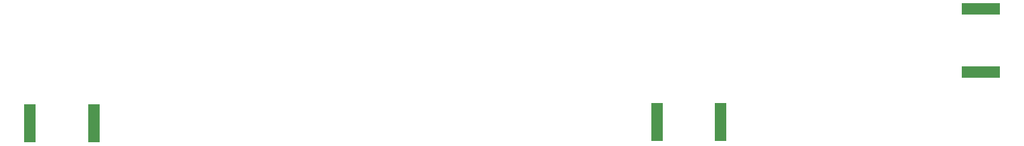
<source format=gbr>
G04 #@! TF.GenerationSoftware,KiCad,Pcbnew,(5.1.10)-1*
G04 #@! TF.CreationDate,2021-09-09T12:48:54+02:00*
G04 #@! TF.ProjectId,bandfilter,62616e64-6669-46c7-9465-722e6b696361,rev?*
G04 #@! TF.SameCoordinates,Original*
G04 #@! TF.FileFunction,Paste,Bot*
G04 #@! TF.FilePolarity,Positive*
%FSLAX46Y46*%
G04 Gerber Fmt 4.6, Leading zero omitted, Abs format (unit mm)*
G04 Created by KiCad (PCBNEW (5.1.10)-1) date 2021-09-09 12:48:54*
%MOMM*%
%LPD*%
G01*
G04 APERTURE LIST*
%ADD10R,1.500000X5.080000*%
%ADD11R,5.080000X1.500000*%
G04 APERTURE END LIST*
D10*
X78889280Y-111561880D03*
X87389280Y-111561880D03*
D11*
X205709520Y-104686680D03*
X205709520Y-96186680D03*
D10*
X171001000Y-111328200D03*
X162501000Y-111328200D03*
M02*

</source>
